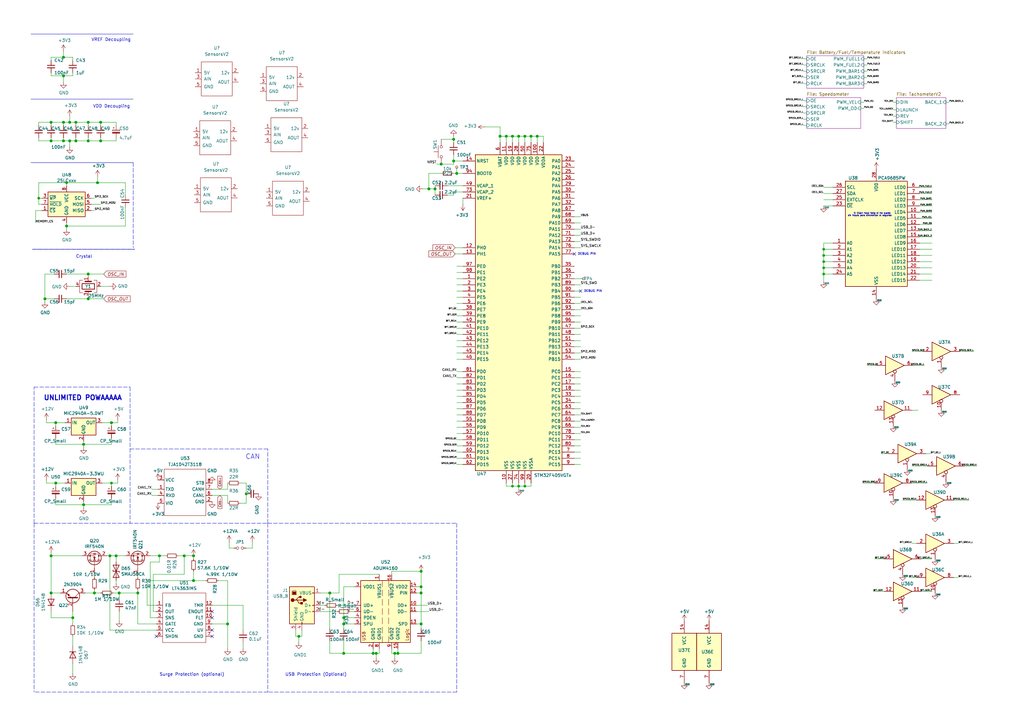
<source format=kicad_sch>
(kicad_sch (version 20210621) (generator eeschema)
  (paper "A3")
  (junction (at 15.875 81.28) (diameter 0.9144))
  (junction (at 18.415 122.555) (diameter 1.016))
  (junction (at 20.955 50.165) (diameter 1.016))
  (junction (at 20.955 57.785) (diameter 1.016))
  (junction (at 20.955 227.965) (diameter 1.016))
  (junction (at 20.955 243.205) (diameter 1.016))
  (junction (at 22.86 173.355) (diameter 1.016))
  (junction (at 22.86 198.12) (diameter 1.016))
  (junction (at 26.035 23.495) (diameter 1.016))
  (junction (at 26.035 31.115) (diameter 1.016))
  (junction (at 26.035 50.165) (diameter 1.016))
  (junction (at 26.035 57.785) (diameter 1.016))
  (junction (at 27.305 74.93) (diameter 0.9144))
  (junction (at 27.305 92.71) (diameter 1.016))
  (junction (at 28.575 50.165) (diameter 1.016))
  (junction (at 28.575 57.785) (diameter 1.016))
  (junction (at 29.845 253.365) (diameter 1.016))
  (junction (at 31.115 50.165) (diameter 1.016))
  (junction (at 31.115 57.785) (diameter 1.016))
  (junction (at 34.29 182.245) (diameter 1.016))
  (junction (at 34.29 207.01) (diameter 1.016))
  (junction (at 36.195 50.165) (diameter 1.016))
  (junction (at 36.195 57.785) (diameter 1.016))
  (junction (at 36.195 112.395) (diameter 1.016))
  (junction (at 36.195 122.555) (diameter 1.016))
  (junction (at 38.735 243.205) (diameter 1.016))
  (junction (at 40.005 74.93) (diameter 1.016))
  (junction (at 41.275 50.165) (diameter 1.016))
  (junction (at 41.275 57.785) (diameter 1.016))
  (junction (at 45.085 227.965) (diameter 1.016))
  (junction (at 45.72 173.355) (diameter 1.016))
  (junction (at 45.72 198.12) (diameter 0.9144))
  (junction (at 47.625 227.965) (diameter 1.016))
  (junction (at 48.895 243.205) (diameter 1.016))
  (junction (at 56.515 243.205) (diameter 1.016))
  (junction (at 65.405 227.965) (diameter 1.016))
  (junction (at 75.565 227.965) (diameter 1.016))
  (junction (at 79.375 227.965) (diameter 1.016))
  (junction (at 79.375 238.125) (diameter 1.016))
  (junction (at 93.345 255.905) (diameter 1.016))
  (junction (at 100.965 202.565) (diameter 0.9144))
  (junction (at 122.555 260.985) (diameter 1.016))
  (junction (at 135.255 243.205) (diameter 1.016))
  (junction (at 140.97 253.365) (diameter 1.016))
  (junction (at 140.97 255.905) (diameter 1.016))
  (junction (at 140.97 267.97) (diameter 1.016))
  (junction (at 153.035 267.97) (diameter 1.016))
  (junction (at 154.305 267.97) (diameter 1.016))
  (junction (at 161.925 267.97) (diameter 1.016))
  (junction (at 163.195 267.97) (diameter 1.016))
  (junction (at 172.72 234.315) (diameter 1.016))
  (junction (at 172.72 240.665) (diameter 1.016))
  (junction (at 172.72 243.205) (diameter 1.016))
  (junction (at 172.72 255.905) (diameter 1.016))
  (junction (at 175.895 77.47) (diameter 1.016))
  (junction (at 178.435 77.47) (diameter 1.016))
  (junction (at 180.975 67.31) (diameter 1.016))
  (junction (at 186.055 57.15) (diameter 1.016))
  (junction (at 186.055 66.04) (diameter 1.016))
  (junction (at 187.325 71.12) (diameter 1.016))
  (junction (at 205.105 55.88) (diameter 1.016))
  (junction (at 207.645 55.88) (diameter 1.016))
  (junction (at 210.185 55.88) (diameter 1.016))
  (junction (at 210.185 199.39) (diameter 0.9144))
  (junction (at 212.725 55.88) (diameter 1.016))
  (junction (at 212.725 199.39) (diameter 0.9144))
  (junction (at 215.265 55.88) (diameter 1.016))
  (junction (at 215.265 199.39) (diameter 0.9144))
  (junction (at 217.805 55.88) (diameter 1.016))
  (junction (at 220.345 55.88) (diameter 1.016))
  (junction (at 337.82 102.235) (diameter 0.9144))
  (junction (at 337.82 104.775) (diameter 0.9144))
  (junction (at 337.82 107.315) (diameter 0.9144))
  (junction (at 337.82 109.855) (diameter 0.9144))
  (junction (at 337.82 112.395) (diameter 0.9144))
  (no_connect (at 64.135 260.985))
  (no_connect (at 86.995 250.825))
  (no_connect (at 86.995 253.365))
  (no_connect (at 86.995 258.445))
  (no_connect (at 86.995 260.985))
  (no_connect (at 235.585 104.14))
  (no_connect (at 238.125 119.38))
  (wire (pts (xy 14.605 86.36) (xy 14.605 91.44)))
  (wire (pts (xy 14.605 86.36) (xy 17.145 86.36)))
  (wire (pts (xy 15.875 50.165) (xy 20.955 50.165)))
  (wire (pts (xy 15.875 51.435) (xy 15.875 50.165)))
  (wire (pts (xy 15.875 57.785) (xy 15.875 56.515)))
  (wire (pts (xy 15.875 74.93) (xy 27.305 74.93)))
  (wire (pts (xy 15.875 81.28) (xy 15.875 74.93)))
  (wire (pts (xy 15.875 83.82) (xy 15.875 81.28)))
  (wire (pts (xy 17.145 81.28) (xy 15.875 81.28)))
  (wire (pts (xy 17.145 83.82) (xy 15.875 83.82)))
  (wire (pts (xy 18.415 112.395) (xy 18.415 122.555)))
  (wire (pts (xy 18.415 122.555) (xy 22.225 122.555)))
  (wire (pts (xy 18.415 123.825) (xy 18.415 122.555)))
  (wire (pts (xy 19.05 172.085) (xy 19.05 173.355)))
  (wire (pts (xy 19.05 173.355) (xy 22.86 173.355)))
  (wire (pts (xy 19.05 196.85) (xy 19.05 198.12)))
  (wire (pts (xy 19.05 198.12) (xy 22.86 198.12)))
  (wire (pts (xy 20.955 23.495) (xy 26.035 23.495)))
  (wire (pts (xy 20.955 24.765) (xy 20.955 23.495)))
  (wire (pts (xy 20.955 31.115) (xy 20.955 29.845)))
  (wire (pts (xy 20.955 50.165) (xy 26.035 50.165)))
  (wire (pts (xy 20.955 51.435) (xy 20.955 50.165)))
  (wire (pts (xy 20.955 56.515) (xy 20.955 57.785)))
  (wire (pts (xy 20.955 57.785) (xy 15.875 57.785)))
  (wire (pts (xy 20.955 226.695) (xy 20.955 227.965)))
  (wire (pts (xy 20.955 227.965) (xy 33.655 227.965)))
  (wire (pts (xy 20.955 243.205) (xy 20.955 227.965)))
  (wire (pts (xy 20.955 243.205) (xy 24.765 243.205)))
  (wire (pts (xy 20.955 250.825) (xy 20.955 253.365)))
  (wire (pts (xy 20.955 253.365) (xy 29.845 253.365)))
  (wire (pts (xy 22.225 112.395) (xy 18.415 112.395)))
  (wire (pts (xy 22.86 173.355) (xy 26.67 173.355)))
  (wire (pts (xy 22.86 174.625) (xy 22.86 173.355)))
  (wire (pts (xy 22.86 179.705) (xy 22.86 182.245)))
  (wire (pts (xy 22.86 182.245) (xy 34.29 182.245)))
  (wire (pts (xy 22.86 198.12) (xy 22.86 199.39)))
  (wire (pts (xy 22.86 204.47) (xy 22.86 207.01)))
  (wire (pts (xy 22.86 207.01) (xy 34.29 207.01)))
  (wire (pts (xy 26.035 20.955) (xy 26.035 23.495)))
  (wire (pts (xy 26.035 23.495) (xy 29.845 23.495)))
  (wire (pts (xy 26.035 31.115) (xy 20.955 31.115)))
  (wire (pts (xy 26.035 33.655) (xy 26.035 31.115)))
  (wire (pts (xy 26.035 50.165) (xy 28.575 50.165)))
  (wire (pts (xy 26.035 51.435) (xy 26.035 50.165)))
  (wire (pts (xy 26.035 56.515) (xy 26.035 57.785)))
  (wire (pts (xy 26.035 57.785) (xy 20.955 57.785)))
  (wire (pts (xy 26.67 198.12) (xy 22.86 198.12)))
  (wire (pts (xy 27.305 74.93) (xy 40.005 74.93)))
  (wire (pts (xy 27.305 76.2) (xy 27.305 74.93)))
  (wire (pts (xy 27.305 91.44) (xy 27.305 92.71)))
  (wire (pts (xy 27.305 92.71) (xy 27.305 93.98)))
  (wire (pts (xy 27.305 112.395) (xy 36.195 112.395)))
  (wire (pts (xy 27.305 122.555) (xy 36.195 122.555)))
  (wire (pts (xy 28.575 47.625) (xy 28.575 50.165)))
  (wire (pts (xy 28.575 50.165) (xy 31.115 50.165)))
  (wire (pts (xy 28.575 57.785) (xy 26.035 57.785)))
  (wire (pts (xy 28.575 60.325) (xy 28.575 57.785)))
  (wire (pts (xy 28.575 117.475) (xy 31.115 117.475)))
  (wire (pts (xy 29.845 23.495) (xy 29.845 24.765)))
  (wire (pts (xy 29.845 29.845) (xy 29.845 31.115)))
  (wire (pts (xy 29.845 31.115) (xy 26.035 31.115)))
  (wire (pts (xy 29.845 250.825) (xy 29.845 253.365)))
  (wire (pts (xy 29.845 253.365) (xy 29.845 255.905)))
  (wire (pts (xy 29.845 260.985) (xy 29.845 264.795)))
  (wire (pts (xy 29.845 272.415) (xy 29.845 276.225)))
  (wire (pts (xy 31.115 50.165) (xy 36.195 50.165)))
  (wire (pts (xy 31.115 51.435) (xy 31.115 50.165)))
  (wire (pts (xy 31.115 56.515) (xy 31.115 57.785)))
  (wire (pts (xy 31.115 57.785) (xy 28.575 57.785)))
  (wire (pts (xy 34.29 180.975) (xy 34.29 182.245)))
  (wire (pts (xy 34.29 182.245) (xy 34.29 183.515)))
  (wire (pts (xy 34.29 205.74) (xy 34.29 207.01)))
  (wire (pts (xy 34.29 207.01) (xy 34.29 208.28)))
  (wire (pts (xy 34.925 243.205) (xy 38.735 243.205)))
  (wire (pts (xy 36.195 50.165) (xy 41.275 50.165)))
  (wire (pts (xy 36.195 51.435) (xy 36.195 50.165)))
  (wire (pts (xy 36.195 56.515) (xy 36.195 57.785)))
  (wire (pts (xy 36.195 57.785) (xy 31.115 57.785)))
  (wire (pts (xy 36.195 112.395) (xy 36.195 113.665)))
  (wire (pts (xy 36.195 122.555) (xy 36.195 121.285)))
  (wire (pts (xy 37.465 81.28) (xy 38.735 81.28)))
  (wire (pts (xy 37.465 83.82) (xy 41.275 83.82)))
  (wire (pts (xy 37.465 86.36) (xy 38.735 86.36)))
  (wire (pts (xy 38.735 235.585) (xy 38.735 236.855)))
  (wire (pts (xy 38.735 243.205) (xy 38.735 241.935)))
  (wire (pts (xy 40.005 72.39) (xy 40.005 74.93)))
  (wire (pts (xy 40.005 74.93) (xy 51.435 74.93)))
  (wire (pts (xy 41.275 50.165) (xy 41.275 51.435)))
  (wire (pts (xy 41.275 56.515) (xy 41.275 57.785)))
  (wire (pts (xy 41.275 57.785) (xy 36.195 57.785)))
  (wire (pts (xy 41.275 243.205) (xy 38.735 243.205)))
  (wire (pts (xy 41.91 173.355) (xy 45.72 173.355)))
  (wire (pts (xy 41.91 198.12) (xy 45.72 198.12)))
  (wire (pts (xy 42.545 112.395) (xy 36.195 112.395)))
  (wire (pts (xy 42.545 122.555) (xy 36.195 122.555)))
  (wire (pts (xy 43.815 227.965) (xy 45.085 227.965)))
  (wire (pts (xy 45.085 117.475) (xy 41.275 117.475)))
  (wire (pts (xy 45.085 227.965) (xy 45.085 258.445)))
  (wire (pts (xy 45.085 227.965) (xy 47.625 227.965)))
  (wire (pts (xy 45.085 258.445) (xy 64.135 258.445)))
  (wire (pts (xy 45.72 173.355) (xy 45.72 174.625)))
  (wire (pts (xy 45.72 179.705) (xy 45.72 182.245)))
  (wire (pts (xy 45.72 182.245) (xy 34.29 182.245)))
  (wire (pts (xy 45.72 198.12) (xy 45.72 199.39)))
  (wire (pts (xy 45.72 204.47) (xy 45.72 207.01)))
  (wire (pts (xy 45.72 207.01) (xy 34.29 207.01)))
  (wire (pts (xy 46.355 243.205) (xy 48.895 243.205)))
  (wire (pts (xy 47.625 50.165) (xy 41.275 50.165)))
  (wire (pts (xy 47.625 51.435) (xy 47.625 50.165)))
  (wire (pts (xy 47.625 56.515) (xy 47.625 57.785)))
  (wire (pts (xy 47.625 57.785) (xy 41.275 57.785)))
  (wire (pts (xy 47.625 227.965) (xy 51.435 227.965)))
  (wire (pts (xy 47.625 230.505) (xy 47.625 227.965)))
  (wire (pts (xy 47.625 238.125) (xy 47.625 239.395)))
  (wire (pts (xy 48.26 172.085) (xy 48.26 173.355)))
  (wire (pts (xy 48.26 173.355) (xy 45.72 173.355)))
  (wire (pts (xy 48.26 196.85) (xy 48.26 198.12)))
  (wire (pts (xy 48.26 198.12) (xy 45.72 198.12)))
  (wire (pts (xy 48.895 243.205) (xy 56.515 243.205)))
  (wire (pts (xy 48.895 245.745) (xy 48.895 243.205)))
  (wire (pts (xy 48.895 250.825) (xy 48.895 254.635)))
  (wire (pts (xy 51.435 74.93) (xy 51.435 80.01)))
  (wire (pts (xy 51.435 85.09) (xy 51.435 92.71)))
  (wire (pts (xy 51.435 92.71) (xy 27.305 92.71)))
  (wire (pts (xy 56.515 236.855) (xy 56.515 235.585)))
  (wire (pts (xy 56.515 241.935) (xy 56.515 243.205)))
  (wire (pts (xy 56.515 255.905) (xy 56.515 243.205)))
  (wire (pts (xy 56.515 255.905) (xy 64.135 255.905)))
  (wire (pts (xy 60.325 238.125) (xy 60.325 248.285)))
  (wire (pts (xy 60.325 248.285) (xy 64.135 248.285)))
  (wire (pts (xy 61.595 227.965) (xy 65.405 227.965)))
  (wire (pts (xy 61.595 230.505) (xy 65.405 230.505)))
  (wire (pts (xy 61.595 253.365) (xy 61.595 230.505)))
  (wire (pts (xy 62.23 200.66) (xy 64.77 200.66)))
  (wire (pts (xy 62.865 235.585) (xy 62.865 250.825)))
  (wire (pts (xy 62.865 250.825) (xy 64.135 250.825)))
  (wire (pts (xy 64.135 253.365) (xy 61.595 253.365)))
  (wire (pts (xy 64.77 203.2) (xy 62.23 203.2)))
  (wire (pts (xy 65.405 227.965) (xy 67.945 227.965)))
  (wire (pts (xy 65.405 230.505) (xy 65.405 227.965)))
  (wire (pts (xy 73.025 227.965) (xy 75.565 227.965)))
  (wire (pts (xy 75.565 227.965) (xy 75.565 235.585)))
  (wire (pts (xy 75.565 227.965) (xy 79.375 227.965)))
  (wire (pts (xy 75.565 235.585) (xy 62.865 235.585)))
  (wire (pts (xy 79.375 227.965) (xy 79.375 229.235)))
  (wire (pts (xy 79.375 234.315) (xy 79.375 238.125)))
  (wire (pts (xy 79.375 238.125) (xy 60.325 238.125)))
  (wire (pts (xy 79.375 238.125) (xy 84.455 238.125)))
  (wire (pts (xy 86.995 200.66) (xy 93.345 200.66)))
  (wire (pts (xy 86.995 203.2) (xy 93.345 203.2)))
  (wire (pts (xy 86.995 248.285) (xy 99.695 248.285)))
  (wire (pts (xy 86.995 255.905) (xy 93.345 255.905)))
  (wire (pts (xy 89.535 238.125) (xy 93.345 238.125)))
  (wire (pts (xy 93.345 200.66) (xy 93.345 198.12)))
  (wire (pts (xy 93.345 203.2) (xy 93.345 206.375)))
  (wire (pts (xy 93.345 238.125) (xy 93.345 255.905)))
  (wire (pts (xy 93.345 255.905) (xy 93.345 266.065)))
  (wire (pts (xy 93.98 222.25) (xy 93.98 224.79)))
  (wire (pts (xy 93.98 224.79) (xy 95.885 224.79)))
  (wire (pts (xy 98.425 206.375) (xy 100.965 206.375)))
  (wire (pts (xy 99.695 248.285) (xy 99.695 258.445)))
  (wire (pts (xy 99.695 263.525) (xy 99.695 266.065)))
  (wire (pts (xy 100.965 198.12) (xy 98.425 198.12)))
  (wire (pts (xy 100.965 202.565) (xy 100.965 198.12)))
  (wire (pts (xy 100.965 206.375) (xy 100.965 202.565)))
  (wire (pts (xy 103.505 222.25) (xy 103.505 224.79)))
  (wire (pts (xy 103.505 224.79) (xy 100.965 224.79)))
  (wire (pts (xy 121.285 258.445) (xy 121.285 260.985)))
  (wire (pts (xy 121.285 260.985) (xy 122.555 260.985)))
  (wire (pts (xy 122.555 260.985) (xy 122.555 263.525)))
  (wire (pts (xy 123.825 258.445) (xy 123.825 260.985)))
  (wire (pts (xy 123.825 260.985) (xy 122.555 260.985)))
  (wire (pts (xy 131.445 243.205) (xy 135.255 243.205)))
  (wire (pts (xy 131.445 248.285) (xy 133.35 248.285)))
  (wire (pts (xy 131.445 250.825) (xy 138.43 250.825)))
  (wire (pts (xy 135.255 243.205) (xy 135.255 257.81)))
  (wire (pts (xy 135.255 243.205) (xy 139.065 243.205)))
  (wire (pts (xy 135.255 262.89) (xy 135.255 267.97)))
  (wire (pts (xy 135.255 267.97) (xy 140.97 267.97)))
  (wire (pts (xy 138.43 248.285) (xy 145.415 248.285)))
  (wire (pts (xy 139.065 235.585) (xy 139.065 243.205)))
  (wire (pts (xy 139.065 235.585) (xy 155.575 235.585)))
  (wire (pts (xy 140.97 240.665) (xy 145.415 240.665)))
  (wire (pts (xy 140.97 253.365) (xy 140.97 240.665)))
  (wire (pts (xy 140.97 255.905) (xy 140.97 253.365)))
  (wire (pts (xy 140.97 255.905) (xy 140.97 257.81)))
  (wire (pts (xy 140.97 262.89) (xy 140.97 267.97)))
  (wire (pts (xy 140.97 267.97) (xy 153.035 267.97)))
  (wire (pts (xy 143.51 250.825) (xy 145.415 250.825)))
  (wire (pts (xy 145.415 253.365) (xy 140.97 253.365)))
  (wire (pts (xy 145.415 255.905) (xy 140.97 255.905)))
  (wire (pts (xy 153.035 266.065) (xy 153.035 267.97)))
  (wire (pts (xy 153.035 267.97) (xy 154.305 267.97)))
  (wire (pts (xy 154.305 267.97) (xy 154.305 269.875)))
  (wire (pts (xy 155.575 266.065) (xy 155.575 267.97)))
  (wire (pts (xy 155.575 267.97) (xy 154.305 267.97)))
  (wire (pts (xy 160.655 234.315) (xy 172.72 234.315)))
  (wire (pts (xy 160.655 235.585) (xy 160.655 234.315)))
  (wire (pts (xy 160.655 266.065) (xy 160.655 267.97)))
  (wire (pts (xy 160.655 267.97) (xy 161.925 267.97)))
  (wire (pts (xy 161.925 267.97) (xy 161.925 269.875)))
  (wire (pts (xy 163.195 266.065) (xy 163.195 267.97)))
  (wire (pts (xy 163.195 267.97) (xy 161.925 267.97)))
  (wire (pts (xy 170.815 240.665) (xy 172.72 240.665)))
  (wire (pts (xy 170.815 243.205) (xy 172.72 243.205)))
  (wire (pts (xy 170.815 248.285) (xy 175.26 248.285)))
  (wire (pts (xy 170.815 250.825) (xy 175.895 250.825)))
  (wire (pts (xy 170.815 255.905) (xy 172.72 255.905)))
  (wire (pts (xy 172.72 234.315) (xy 172.72 240.665)))
  (wire (pts (xy 172.72 240.665) (xy 172.72 243.205)))
  (wire (pts (xy 172.72 243.205) (xy 172.72 255.905)))
  (wire (pts (xy 172.72 255.905) (xy 172.72 257.81)))
  (wire (pts (xy 172.72 262.89) (xy 172.72 267.97)))
  (wire (pts (xy 172.72 267.97) (xy 163.195 267.97)))
  (wire (pts (xy 173.355 77.47) (xy 175.895 77.47)))
  (wire (pts (xy 175.895 71.12) (xy 175.895 77.47)))
  (wire (pts (xy 175.895 77.47) (xy 178.435 77.47)))
  (wire (pts (xy 178.435 77.47) (xy 178.435 76.2)))
  (wire (pts (xy 178.435 77.47) (xy 178.435 80.01)))
  (wire (pts (xy 180.975 67.31) (xy 179.07 67.31)))
  (wire (pts (xy 180.975 67.31) (xy 186.055 67.31)))
  (wire (pts (xy 180.975 71.12) (xy 175.895 71.12)))
  (wire (pts (xy 183.515 76.2) (xy 189.865 76.2)))
  (wire (pts (xy 183.515 80.01) (xy 186.055 80.01)))
  (wire (pts (xy 186.055 55.88) (xy 186.055 57.15)))
  (wire (pts (xy 186.055 57.15) (xy 180.975 57.15)))
  (wire (pts (xy 186.055 58.42) (xy 186.055 57.15)))
  (wire (pts (xy 186.055 66.04) (xy 186.055 63.5)))
  (wire (pts (xy 186.055 67.31) (xy 186.055 66.04)))
  (wire (pts (xy 186.055 71.12) (xy 187.325 71.12)))
  (wire (pts (xy 186.055 78.74) (xy 189.865 78.74)))
  (wire (pts (xy 186.055 80.01) (xy 186.055 78.74)))
  (wire (pts (xy 186.69 101.6) (xy 189.865 101.6)))
  (wire (pts (xy 186.69 104.14) (xy 189.865 104.14)))
  (wire (pts (xy 187.325 68.58) (xy 187.325 71.12)))
  (wire (pts (xy 187.325 71.12) (xy 189.865 71.12)))
  (wire (pts (xy 187.325 109.22) (xy 189.865 109.22)))
  (wire (pts (xy 187.325 111.76) (xy 189.865 111.76)))
  (wire (pts (xy 187.325 114.3) (xy 189.865 114.3)))
  (wire (pts (xy 187.325 116.84) (xy 189.865 116.84)))
  (wire (pts (xy 187.325 119.38) (xy 189.865 119.38)))
  (wire (pts (xy 187.325 121.92) (xy 189.865 121.92)))
  (wire (pts (xy 187.325 124.46) (xy 189.865 124.46)))
  (wire (pts (xy 187.325 127) (xy 189.865 127)))
  (wire (pts (xy 187.325 129.54) (xy 189.865 129.54)))
  (wire (pts (xy 187.325 132.08) (xy 189.865 132.08)))
  (wire (pts (xy 187.325 134.62) (xy 189.865 134.62)))
  (wire (pts (xy 187.325 137.16) (xy 189.865 137.16)))
  (wire (pts (xy 187.325 139.7) (xy 189.865 139.7)))
  (wire (pts (xy 187.325 142.24) (xy 189.865 142.24)))
  (wire (pts (xy 187.325 144.78) (xy 189.865 144.78)))
  (wire (pts (xy 187.325 147.32) (xy 189.865 147.32)))
  (wire (pts (xy 187.325 154.94) (xy 189.865 154.94)))
  (wire (pts (xy 187.325 157.48) (xy 189.865 157.48)))
  (wire (pts (xy 187.325 160.02) (xy 189.865 160.02)))
  (wire (pts (xy 187.325 162.56) (xy 189.865 162.56)))
  (wire (pts (xy 187.325 165.1) (xy 189.865 165.1)))
  (wire (pts (xy 187.325 167.64) (xy 189.865 167.64)))
  (wire (pts (xy 187.325 170.18) (xy 189.865 170.18)))
  (wire (pts (xy 187.325 172.72) (xy 189.865 172.72)))
  (wire (pts (xy 187.325 175.26) (xy 189.865 175.26)))
  (wire (pts (xy 187.325 177.8) (xy 189.865 177.8)))
  (wire (pts (xy 187.325 180.34) (xy 189.865 180.34)))
  (wire (pts (xy 187.325 182.88) (xy 189.865 182.88)))
  (wire (pts (xy 187.325 185.42) (xy 189.865 185.42)))
  (wire (pts (xy 187.325 187.96) (xy 189.865 187.96)))
  (wire (pts (xy 187.325 190.5) (xy 189.865 190.5)))
  (wire (pts (xy 189.865 66.04) (xy 186.055 66.04)))
  (wire (pts (xy 189.865 83.82) (xy 189.865 81.28)))
  (wire (pts (xy 189.865 152.4) (xy 187.325 152.4)))
  (wire (pts (xy 198.755 52.07) (xy 205.105 52.07)))
  (wire (pts (xy 205.105 52.07) (xy 205.105 55.88)))
  (wire (pts (xy 205.105 55.88) (xy 205.105 58.42)))
  (wire (pts (xy 205.105 55.88) (xy 207.645 55.88)))
  (wire (pts (xy 207.645 55.88) (xy 207.645 58.42)))
  (wire (pts (xy 207.645 198.12) (xy 207.645 199.39)))
  (wire (pts (xy 207.645 199.39) (xy 210.185 199.39)))
  (wire (pts (xy 210.185 55.88) (xy 207.645 55.88)))
  (wire (pts (xy 210.185 55.88) (xy 210.185 58.42)))
  (wire (pts (xy 210.185 198.12) (xy 210.185 199.39)))
  (wire (pts (xy 210.185 199.39) (xy 212.725 199.39)))
  (wire (pts (xy 212.725 55.88) (xy 210.185 55.88)))
  (wire (pts (xy 212.725 55.88) (xy 212.725 58.42)))
  (wire (pts (xy 212.725 198.12) (xy 212.725 199.39)))
  (wire (pts (xy 212.725 199.39) (xy 212.725 200.66)))
  (wire (pts (xy 215.265 55.88) (xy 212.725 55.88)))
  (wire (pts (xy 215.265 55.88) (xy 215.265 58.42)))
  (wire (pts (xy 215.265 198.12) (xy 215.265 199.39)))
  (wire (pts (xy 215.265 199.39) (xy 212.725 199.39)))
  (wire (pts (xy 215.265 199.39) (xy 217.805 199.39)))
  (wire (pts (xy 217.805 55.88) (xy 215.265 55.88)))
  (wire (pts (xy 217.805 55.88) (xy 217.805 58.42)))
  (wire (pts (xy 217.805 198.12) (xy 217.805 199.39)))
  (wire (pts (xy 220.345 55.88) (xy 217.805 55.88)))
  (wire (pts (xy 220.345 55.88) (xy 222.885 55.88)))
  (wire (pts (xy 220.345 58.42) (xy 220.345 55.88)))
  (wire (pts (xy 222.885 55.88) (xy 222.885 58.42)))
  (wire (pts (xy 235.585 91.44) (xy 238.125 91.44)))
  (wire (pts (xy 235.585 96.52) (xy 238.125 96.52)))
  (wire (pts (xy 235.585 101.6) (xy 238.125 101.6)))
  (wire (pts (xy 235.585 116.84) (xy 238.125 116.84)))
  (wire (pts (xy 235.585 119.38) (xy 238.125 119.38)))
  (wire (pts (xy 235.585 127) (xy 238.125 127)))
  (wire (pts (xy 235.585 132.08) (xy 238.125 132.08)))
  (wire (pts (xy 235.585 137.16) (xy 238.125 137.16)))
  (wire (pts (xy 235.585 142.24) (xy 238.125 142.24)))
  (wire (pts (xy 235.585 147.32) (xy 238.125 147.32)))
  (wire (pts (xy 235.585 152.4) (xy 238.125 152.4)))
  (wire (pts (xy 235.585 154.94) (xy 238.125 154.94)))
  (wire (pts (xy 235.585 157.48) (xy 238.125 157.48)))
  (wire (pts (xy 235.585 160.02) (xy 238.125 160.02)))
  (wire (pts (xy 235.585 162.56) (xy 238.125 162.56)))
  (wire (pts (xy 235.585 165.1) (xy 238.125 165.1)))
  (wire (pts (xy 235.585 167.64) (xy 238.125 167.64)))
  (wire (pts (xy 235.585 170.18) (xy 238.125 170.18)))
  (wire (pts (xy 235.585 172.72) (xy 238.125 172.72)))
  (wire (pts (xy 235.585 175.26) (xy 238.125 175.26)))
  (wire (pts (xy 235.585 177.8) (xy 238.125 177.8)))
  (wire (pts (xy 235.585 180.34) (xy 238.125 180.34)))
  (wire (pts (xy 235.585 182.88) (xy 238.125 182.88)))
  (wire (pts (xy 235.585 185.42) (xy 238.125 185.42)))
  (wire (pts (xy 235.585 187.96) (xy 238.125 187.96)))
  (wire (pts (xy 235.585 190.5) (xy 238.125 190.5)))
  (wire (pts (xy 238.125 88.9) (xy 235.585 88.9)))
  (wire (pts (xy 238.125 93.98) (xy 235.585 93.98)))
  (wire (pts (xy 238.125 99.06) (xy 235.585 99.06)))
  (wire (pts (xy 238.125 121.92) (xy 235.585 121.92)))
  (wire (pts (xy 238.125 124.46) (xy 235.585 124.46)))
  (wire (pts (xy 238.125 129.54) (xy 235.585 129.54)))
  (wire (pts (xy 238.125 134.62) (xy 235.585 134.62)))
  (wire (pts (xy 238.125 139.7) (xy 235.585 139.7)))
  (wire (pts (xy 238.125 144.78) (xy 235.585 144.78)))
  (wire (pts (xy 239.395 114.3) (xy 235.585 114.3)))
  (wire (pts (xy 329.565 24.13) (xy 330.835 24.13)))
  (wire (pts (xy 329.565 26.67) (xy 330.835 26.67)))
  (wire (pts (xy 329.565 29.21) (xy 330.835 29.21)))
  (wire (pts (xy 329.565 31.75) (xy 330.835 31.75)))
  (wire (pts (xy 329.565 34.29) (xy 330.835 34.29)))
  (wire (pts (xy 329.565 41.275) (xy 330.835 41.275)))
  (wire (pts (xy 329.565 43.815) (xy 330.835 43.815)))
  (wire (pts (xy 329.565 46.355) (xy 330.835 46.355)))
  (wire (pts (xy 329.565 48.895) (xy 330.835 48.895)))
  (wire (pts (xy 329.565 51.435) (xy 330.835 51.435)))
  (wire (pts (xy 337.82 76.835) (xy 341.63 76.835)))
  (wire (pts (xy 337.82 79.375) (xy 341.63 79.375)))
  (wire (pts (xy 337.82 81.915) (xy 341.63 81.915)))
  (wire (pts (xy 337.82 84.455) (xy 341.63 84.455)))
  (wire (pts (xy 337.82 99.695) (xy 337.82 102.235)))
  (wire (pts (xy 337.82 99.695) (xy 341.63 99.695)))
  (wire (pts (xy 337.82 102.235) (xy 337.82 104.775)))
  (wire (pts (xy 337.82 102.235) (xy 341.63 102.235)))
  (wire (pts (xy 337.82 104.775) (xy 337.82 107.315)))
  (wire (pts (xy 337.82 104.775) (xy 341.63 104.775)))
  (wire (pts (xy 337.82 107.315) (xy 337.82 109.855)))
  (wire (pts (xy 337.82 107.315) (xy 341.63 107.315)))
  (wire (pts (xy 337.82 109.855) (xy 337.82 112.395)))
  (wire (pts (xy 337.82 109.855) (xy 341.63 109.855)))
  (wire (pts (xy 337.82 112.395) (xy 337.82 115.57)))
  (wire (pts (xy 337.82 112.395) (xy 341.63 112.395)))
  (wire (pts (xy 353.06 41.91) (xy 354.33 41.91)))
  (wire (pts (xy 353.06 44.45) (xy 354.33 44.45)))
  (wire (pts (xy 353.695 198.12) (xy 358.775 198.12)))
  (wire (pts (xy 354.33 24.13) (xy 355.6 24.13)))
  (wire (pts (xy 354.33 26.67) (xy 355.6 26.67)))
  (wire (pts (xy 354.33 29.21) (xy 355.6 29.21)))
  (wire (pts (xy 354.33 31.75) (xy 355.6 31.75)))
  (wire (pts (xy 354.33 34.29) (xy 355.6 34.29)))
  (wire (pts (xy 355.6 149.86) (xy 359.41 149.86)))
  (wire (pts (xy 358.14 242.57) (xy 362.585 242.57)))
  (wire (pts (xy 358.775 229.235) (xy 362.585 229.235)))
  (wire (pts (xy 361.315 186.055) (xy 364.49 186.055)))
  (wire (pts (xy 366.395 41.91) (xy 367.665 41.91)))
  (wire (pts (xy 366.395 45.085) (xy 367.665 45.085)))
  (wire (pts (xy 366.395 47.625) (xy 367.665 47.625)))
  (wire (pts (xy 366.395 50.165) (xy 367.665 50.165)))
  (wire (pts (xy 370.205 205.105) (xy 375.92 205.105)))
  (wire (pts (xy 372.745 236.855) (xy 375.92 236.855)))
  (wire (pts (xy 374.015 144.145) (xy 378.46 144.145)))
  (wire (pts (xy 374.015 168.275) (xy 376.555 168.275)))
  (wire (pts (xy 374.015 191.135) (xy 380.365 191.135)))
  (wire (pts (xy 374.015 198.12) (xy 380.365 198.12)))
  (wire (pts (xy 374.015 222.885) (xy 375.92 222.885)))
  (wire (pts (xy 374.65 149.86) (xy 379.095 149.86)))
  (wire (pts (xy 377.19 76.835) (xy 382.27 76.835)))
  (wire (pts (xy 377.19 79.375) (xy 382.27 79.375)))
  (wire (pts (xy 377.19 81.915) (xy 382.27 81.915)))
  (wire (pts (xy 377.19 84.455) (xy 382.27 84.455)))
  (wire (pts (xy 377.19 86.995) (xy 382.27 86.995)))
  (wire (pts (xy 377.19 89.535) (xy 382.27 89.535)))
  (wire (pts (xy 377.19 92.075) (xy 382.27 92.075)))
  (wire (pts (xy 377.19 94.615) (xy 382.27 94.615)))
  (wire (pts (xy 377.19 97.155) (xy 382.27 97.155)))
  (wire (pts (xy 377.19 99.695) (xy 382.27 99.695)))
  (wire (pts (xy 377.19 102.235) (xy 382.27 102.235)))
  (wire (pts (xy 377.19 104.775) (xy 382.27 104.775)))
  (wire (pts (xy 377.19 107.315) (xy 382.27 107.315)))
  (wire (pts (xy 377.19 109.855) (xy 382.27 109.855)))
  (wire (pts (xy 377.19 112.395) (xy 382.27 112.395)))
  (wire (pts (xy 377.19 114.935) (xy 382.27 114.935)))
  (wire (pts (xy 377.825 229.235) (xy 382.27 229.235)))
  (wire (pts (xy 377.825 242.57) (xy 382.27 242.57)))
  (wire (pts (xy 379.73 186.055) (xy 381.635 186.055)))
  (wire (pts (xy 387.985 41.91) (xy 389.255 41.91)))
  (wire (pts (xy 387.985 50.8) (xy 389.255 50.8)))
  (wire (pts (xy 391.16 205.105) (xy 397.51 205.105)))
  (wire (pts (xy 391.16 222.885) (xy 393.065 222.885)))
  (wire (pts (xy 391.16 236.855) (xy 393.065 236.855)))
  (wire (pts (xy 393.7 144.145) (xy 399.415 144.145)))
  (wire (pts (xy 395.605 191.135) (xy 400.685 191.135)))
  (polyline (pts (xy 13.335 102.235) (xy 55.245 102.235)) (stroke (width 0) (type dash)))
  (polyline (pts (xy 13.335 102.235) (xy 55.245 102.235)) (stroke (width 0) (type solid)))
  (polyline (pts (xy 13.97 158.75) (xy 53.34 158.75)) (stroke (width 0) (type dash)))
  (polyline (pts (xy 13.97 214.63) (xy 13.97 158.75)) (stroke (width 0) (type dash)))
  (polyline (pts (xy 13.97 214.63) (xy 13.97 283.845)) (stroke (width 0) (type dash)))
  (polyline (pts (xy 13.97 214.63) (xy 109.855 214.63)) (stroke (width 0) (type dash)))
  (polyline (pts (xy 53.34 158.75) (xy 53.34 214.63)) (stroke (width 0) (type dash)))
  (polyline (pts (xy 54.61 13.97) (xy 12.7 13.97)) (stroke (width 0) (type solid)))
  (polyline (pts (xy 54.61 40.64) (xy 12.7 40.64)) (stroke (width 0) (type solid)))
  (polyline (pts (xy 54.61 66.675) (xy 12.7 66.675)) (stroke (width 0) (type solid)))
  (polyline (pts (xy 54.61 66.675) (xy 54.61 101.6)) (stroke (width 0) (type dash)))
  (polyline (pts (xy 109.855 184.15) (xy 53.34 184.15)) (stroke (width 0) (type dash)))
  (polyline (pts (xy 109.855 214.63) (xy 109.855 184.15)) (stroke (width 0) (type dash)))
  (polyline (pts (xy 109.855 214.63) (xy 109.855 283.845)) (stroke (width 0) (type dash)))
  (polyline (pts (xy 109.855 214.63) (xy 187.325 214.63)) (stroke (width 0) (type dash)))
  (polyline (pts (xy 109.855 283.845) (xy 13.97 283.845)) (stroke (width 0) (type dash)))
  (polyline (pts (xy 187.325 214.63) (xy 187.325 283.845)) (stroke (width 0) (type dash)))
  (polyline (pts (xy 187.325 283.845) (xy 109.855 283.845)) (stroke (width 0) (type dash)))
  (text "Crystal" (at 31.115 106.045 0) (effects (font (size 1.27 1.27)) (justify left bottom)))
  (text "VREF Decoupling" (at 37.465 17.145 0) (effects (font (size 1.27 1.27)) (justify left bottom)))
  (text "VDD Decoupling" (at 38.1 44.45 0) (effects (font (size 1.27 1.27)) (justify left bottom)))
  (text "UNLIMITED POWAAAAA" (at 50.165 164.465 180) (effects (font (size 2 2) (thickness 0.4) bold) (justify right bottom)))
  (text "Surge Protection (optional)" (at 92.075 277.495 180) (effects (font (size 1.27 1.27)) (justify right bottom)))
  (text "CAN" (at 106.68 188.595 180) (effects (font (size 2 2)) (justify right bottom)))
  (text "USB Protection (Optional)" (at 142.24 277.495 180) (effects (font (size 1.27 1.27)) (justify right bottom)))
  (text "DEBUG PIN" (at 244.475 104.775 180) (effects (font (size 0.889 0.889)) (justify right bottom)))
  (text "DEBUG PIN" (at 247.015 120.015 180) (effects (font (size 0.889 0.889)) (justify right bottom)))
  (text "El Clock hace falta si me quedo \nsin inputs para sincronizar el segundo" (at 365.76 88.9 0) (effects (font (size 0.6 0.6)) (justify right bottom)))
  (label "MEMORY_CS" (at 14.605 91.44 0) (effects (font (size 0.8 0.8))))
  (label "SPI2_SCK" (at 38.735 81.28 0) (effects (font (size 0.7874 0.7874))))
  (label "SPI2_MISO" (at 38.735 86.36 0) (effects (font (size 0.7874 0.7874))))
  (label "SPI2_MOSI" (at 41.275 83.82 0) (effects (font (size 0.7874 0.7874))))
  (label "CAN1_TX" (at 62.23 200.66 180) (effects (font (size 0.889 0.889))))
  (label "CAN1_RX" (at 62.23 203.2 180) (effects (font (size 0.889 0.889))))
  (label "d+" (at 133.35 248.285 180))
  (label "d-" (at 133.35 250.825 180))
  (label "D+" (at 145.415 248.285 180))
  (label "D-" (at 145.415 250.825 180))
  (label "USB_D+" (at 175.26 248.285 0) (effects (font (size 0.9906 0.9906))))
  (label "USB_D-" (at 175.895 250.825 0) (effects (font (size 0.9906 0.9906))))
  (label "NRST" (at 179.07 67.31 180) (effects (font (size 0.9906 0.9906))))
  (label "BFT_OE" (at 187.325 127 180) (effects (font (size 0.6 0.6))))
  (label "BFT_SER" (at 187.325 129.54 180) (effects (font (size 0.6 0.6))))
  (label "BFT_RCLK" (at 187.325 132.08 180) (effects (font (size 0.6 0.6))))
  (label "BFT_SRCLR" (at 187.325 134.62 180) (effects (font (size 0.6 0.6))))
  (label "BFT_SRCLK" (at 187.325 137.16 180) (effects (font (size 0.6 0.6))))
  (label "CAN1_RX" (at 187.325 152.4 180) (effects (font (size 0.889 0.889))))
  (label "CAN1_TX" (at 187.325 154.94 180) (effects (font (size 0.889 0.889))))
  (label "SPEED_OE" (at 187.325 180.34 180) (effects (font (size 0.6 0.6))))
  (label "SPEED_SER" (at 187.325 182.88 180) (effects (font (size 0.6 0.6))))
  (label "SPEED_RCLK" (at 187.325 185.42 180) (effects (font (size 0.6 0.6))))
  (label "SPEED_SRCLR" (at 187.325 187.96 180) (effects (font (size 0.6 0.6))))
  (label "SPEED_SRCLK" (at 187.325 190.5 180) (effects (font (size 0.6 0.6))))
  (label "VBUS" (at 238.125 88.9 0) (effects (font (size 0.8 0.8))))
  (label "USB_D-" (at 238.125 93.98 0) (effects (font (size 0.9906 0.9906))))
  (label "USB_D+" (at 238.125 96.52 0) (effects (font (size 0.9906 0.9906))))
  (label "SYS_SWDIO" (at 238.125 99.06 0) (effects (font (size 0.9906 0.9906))))
  (label "SYS_SWCLK" (at 238.125 101.6 0) (effects (font (size 0.9906 0.9906))))
  (label "SYS_SWO" (at 238.125 116.84 0) (effects (font (size 0.9906 0.9906))))
  (label "I2C1_SCL" (at 238.125 124.46 0) (effects (font (size 0.7 0.7))))
  (label "I2C1_SDA" (at 238.125 127 0) (effects (font (size 0.7 0.7))))
  (label "SPI2_SCK" (at 238.125 134.62 0) (effects (font (size 0.7874 0.7874))))
  (label "SPI2_MISO" (at 238.125 144.78 0) (effects (font (size 0.7874 0.7874))))
  (label "SPI2_MOSI" (at 238.125 147.32 0) (effects (font (size 0.7874 0.7874))))
  (label "TCH_SHIFT" (at 238.125 170.18 0) (effects (font (size 0.6 0.6))))
  (label "TCH_LAUNCH" (at 238.125 172.72 0) (effects (font (size 0.6 0.6))))
  (label "TCH_REV" (at 238.125 175.26 0) (effects (font (size 0.6 0.6))))
  (label "TCH_DIN" (at 238.125 177.8 0) (effects (font (size 0.6 0.6))))
  (label "BFT_SRCLK_L" (at 329.565 24.13 180) (effects (font (size 0.6 0.6))))
  (label "BFT_SRCLR_L" (at 329.565 26.67 180) (effects (font (size 0.6 0.6))))
  (label "BFT_RCLK_L" (at 329.565 29.21 180) (effects (font (size 0.6 0.6))))
  (label "BFT_SER_L" (at 329.565 31.75 180) (effects (font (size 0.6 0.6))))
  (label "BFT_OE_L" (at 329.565 34.29 180) (effects (font (size 0.6 0.6))))
  (label "SPEED_SRCLK_L" (at 329.565 41.275 180) (effects (font (size 0.6 0.6))))
  (label "SPEED_SRCLR_L" (at 329.565 43.815 180) (effects (font (size 0.6 0.6))))
  (label "SPEED_RCLK_L" (at 329.565 46.355 180) (effects (font (size 0.6 0.6))))
  (label "SPEED_SER_L" (at 329.565 48.895 180) (effects (font (size 0.6 0.6))))
  (label "SPEED_OE_L" (at 329.565 51.435 180) (effects (font (size 0.6 0.6))))
  (label "I2C1_SDA" (at 337.82 76.835 180) (effects (font (size 0.7 0.7))))
  (label "I2C1_SCL" (at 337.82 79.375 180) (effects (font (size 0.7 0.7))))
  (label "SPEED_SRCLR" (at 353.695 198.12 0) (effects (font (size 0.6 0.6))))
  (label "PWM_VEL" (at 354.33 41.91 0) (effects (font (size 0.6 0.6))))
  (label "PWM_OD" (at 354.33 44.45 0) (effects (font (size 0.6 0.6))))
  (label "PWM_FUEL1" (at 355.6 24.13 0) (effects (font (size 0.6 0.6))))
  (label "PWM_FUEL2" (at 355.6 26.67 0) (effects (font (size 0.6 0.6))))
  (label "PWM_BAR1" (at 355.6 29.21 0) (effects (font (size 0.6 0.6))))
  (label "PWM_BAR2" (at 355.6 31.75 0) (effects (font (size 0.6 0.6))))
  (label "PWM_BAR3" (at 355.6 34.29 0) (effects (font (size 0.6 0.6))))
  (label "SPEED_OE" (at 355.6 149.86 0) (effects (font (size 0.6 0.6))))
  (label "BFT_SER" (at 358.14 242.57 0) (effects (font (size 0.6 0.6))))
  (label "BFT_SRCLR" (at 358.775 229.235 0) (effects (font (size 0.6 0.6))))
  (label "BFT_OE" (at 361.315 186.055 0) (effects (font (size 0.6 0.6))))
  (label "TCH_DIN" (at 366.395 41.91 180) (effects (font (size 0.6 0.6))))
  (label "TCH_LAUNCH" (at 366.395 45.085 180) (effects (font (size 0.6 0.6))))
  (label "TCH_REV" (at 366.395 47.625 180) (effects (font (size 0.6 0.6))))
  (label "TCH_SHIFT" (at 366.395 50.165 180) (effects (font (size 0.6 0.6))))
  (label "SPEED_RCLK" (at 370.205 205.105 0) (effects (font (size 0.6 0.6))))
  (label "BFT_RCLK" (at 372.745 236.855 0) (effects (font (size 0.6 0.6))))
  (label "SPEED_SER" (at 374.015 144.145 0) (effects (font (size 0.6 0.6))))
  (label "SPEED_SRCLK_L" (at 374.015 191.135 0) (effects (font (size 0.6 0.6))))
  (label "BFT_SRCLK" (at 374.015 222.885 180) (effects (font (size 0.6 0.6))))
  (label "SPEED_OE_L" (at 379.095 149.86 180) (effects (font (size 0.6 0.6))))
  (label "SPEED_SRCLR_L" (at 380.365 198.12 180) (effects (font (size 0.6 0.6))))
  (label "BFT_OE_L" (at 381.635 186.055 0) (effects (font (size 0.6 0.6))))
  (label "PWM_FUEL1" (at 382.27 76.835 180) (effects (font (size 0.6 0.6))))
  (label "PWM_FUEL2" (at 382.27 79.375 180) (effects (font (size 0.6 0.6))))
  (label "PWM_BAR1" (at 382.27 81.915 180) (effects (font (size 0.6 0.6))))
  (label "PWM_BAR2" (at 382.27 84.455 180) (effects (font (size 0.6 0.6))))
  (label "PWM_BAR3" (at 382.27 86.995 180) (effects (font (size 0.6 0.6))))
  (label "PWM_VEL" (at 382.27 89.535 180) (effects (font (size 0.6 0.6))))
  (label "PWM_OD" (at 382.27 92.075 180) (effects (font (size 0.6 0.6))))
  (label "PWM_BACK_1" (at 382.27 94.615 180) (effects (font (size 0.6 0.6))))
  (label "PWM_BACK_2" (at 382.27 97.155 180) (effects (font (size 0.6 0.6))))
  (label "BFT_SRCLR_L" (at 382.27 229.235 180) (effects (font (size 0.6 0.6))))
  (label "BFT_SER_L" (at 382.27 242.57 180) (effects (font (size 0.6 0.6))))
  (label "PWM_BACK_1" (at 389.255 41.91 0) (effects (font (size 0.6 0.6))))
  (label "PWM_BACK_2" (at 389.255 50.8 0) (effects (font (size 0.6 0.6))))
  (label "BFT_SRCLK_L" (at 393.065 222.885 0) (effects (font (size 0.6 0.6))))
  (label "BFT_RCLK_L" (at 393.065 236.855 0) (effects (font (size 0.6 0.6))))
  (label "SPEED_RCLK_L" (at 397.51 205.105 180) (effects (font (size 0.6 0.6))))
  (label "SPEED_SER_L" (at 399.415 144.145 180) (effects (font (size 0.6 0.6))))
  (label "SPEED_SRCLK" (at 400.685 191.135 180) (effects (font (size 0.6 0.6))))
  (global_label "OSC_IN" (shape input) (at 42.545 112.395 0) (effects (font italic)) (property "Intersheet References" "${INTERSHEET_REFS}" (effects hide)))
  (global_label "OSC_OUT" (shape input) (at 42.545 122.555 0) (effects (font italic)) (property "Intersheet References" "${INTERSHEET_REFS}" (effects hide)))
  (global_label "CAN+" (shape input) (at 90.17 200.66 90) (effects (font (size 0.889 0.889))) (property "Intersheet References" "${INTERSHEET_REFS}" (effects hide)))
  (global_label "CAN-" (shape input) (at 90.17 203.2 270) (effects (font (size 0.889 0.889))) (property "Intersheet References" "${INTERSHEET_REFS}" (effects hide)))
  (global_label "OSC_IN" (shape input) (at 186.69 101.6 180) (effects (font italic)) (property "Intersheet References" "${INTERSHEET_REFS}" (effects hide)))
  (global_label "OSC_OUT" (shape input) (at 186.69 104.14 180) (effects (font italic)) (property "Intersheet References" "${INTERSHEET_REFS}" (effects hide)))
  (symbol (lib_id "Connector:TestPoint_Small") (at 187.325 68.58 0) (unit 1)
    (property "Reference" "TP3" (at 188.5442 68.58 0) (effects (justify left)))
    (property "Value" "BOOT0" (effects hide))
    (property "Footprint" "TestPoint:TestPoint_Pad_D2.0mm" (effects hide))
  )
  (symbol (lib_id "Connector:TestPoint_Small") (at 239.395 114.3 0) (unit 1)
    (property "Reference" "TP4" (at 239.395 114.3 0) (effects (justify left)))
    (property "Value" "BOOT1" (effects hide))
    (property "Footprint" "TestPoint:TestPoint_Pad_D2.0mm" (effects hide))
  )
  (symbol (lib_id "power:+12V") (at 19.05 172.085 0) (unit 1)
    (property "Reference" "#PWR0224" (effects hide))
    (property "Value" "+12V" (at 19.431 167.6908 0))
  )
  (symbol (lib_id "power:+12V") (at 19.05 196.85 0) (unit 1)
    (property "Reference" "#PWR0209" (effects hide))
    (property "Value" "+12V" (at 19.431 192.4558 0))
  )
  (symbol (lib_id "power:+12VA") (at 20.955 226.695 0) (unit 1)
    (property "Reference" "#PWR0202" (effects hide))
    (property "Value" "+12VA" (at 21.336 222.3008 0))
  )
  (symbol (lib_id "power:+3V3") (at 26.035 20.955 0) (unit 1)
    (property "Reference" "#PWR0227" (effects hide))
    (property "Value" "+3V3" (at 26.416 16.5608 0))
  )
  (symbol (lib_id "power:+3V3") (at 28.575 47.625 0) (unit 1)
    (property "Reference" "#PWR0229" (effects hide))
    (property "Value" "+3V3" (at 28.956 43.2308 0))
  )
  (symbol (lib_id "power:+3V3") (at 40.005 72.39 0) (unit 1)
    (property "Reference" "#PWR0226" (effects hide))
    (property "Value" "+3V3" (at 40.386 67.9958 0))
  )
  (symbol (lib_id "power:+5V") (at 48.26 172.085 0) (unit 1)
    (property "Reference" "#PWR0225" (effects hide))
    (property "Value" "+5V" (at 48.641 167.6908 0))
  )
  (symbol (lib_id "power:+3V3") (at 48.26 196.85 0) (unit 1)
    (property "Reference" "#PWR0210" (effects hide))
    (property "Value" "+3V3" (at 48.641 192.4558 0))
  )
  (symbol (lib_id "power:+5V") (at 64.77 196.85 0) (unit 1)
    (property "Reference" "#PWR0232" (effects hide))
    (property "Value" "+5V" (at 64.77 193.04 0))
  )
  (symbol (lib_id "power:+3V3") (at 64.77 206.375 180) (unit 1)
    (property "Reference" "#PWR0233" (effects hide))
    (property "Value" "+3V3" (at 64.77 210.82 0))
  )
  (symbol (lib_id "power:+12V") (at 79.375 227.965 0) (unit 1)
    (property "Reference" "#PWR0203" (effects hide))
    (property "Value" "+12V" (at 79.756 223.5708 0))
  )
  (symbol (lib_id "power:+12VA") (at 93.98 222.25 0) (unit 1)
    (property "Reference" "#PWR0211" (effects hide))
    (property "Value" "+12VA" (at 94.361 217.8558 0))
  )
  (symbol (lib_id "power:+12V") (at 103.505 222.25 0) (unit 1)
    (property "Reference" "#PWR0212" (effects hide))
    (property "Value" "+12V" (at 103.886 217.8558 0))
  )
  (symbol (lib_id "power:+3V3") (at 172.72 234.315 0) (unit 1)
    (property "Reference" "#PWR0216" (effects hide))
    (property "Value" "+3V3" (at 173.99 228.6 0))
  )
  (symbol (lib_id "power:+3V3") (at 189.865 83.82 180) (unit 1)
    (property "Reference" "#PWR0201" (effects hide))
    (property "Value" "+3V3" (at 189.484 88.2142 0))
  )
  (symbol (lib_id "power:+3V3") (at 198.755 52.07 90) (unit 1)
    (property "Reference" "#PWR0199" (effects hide))
    (property "Value" "+3V3" (at 195.5038 51.689 90) (effects (justify left)))
  )
  (symbol (lib_id "power:+5V") (at 280.67 254.635 0) (unit 1)
    (property "Reference" "#PWR0164" (effects hide))
    (property "Value" "+5V" (at 280.67 250.825 0))
  )
  (symbol (lib_id "power:+5V") (at 290.83 254.635 0) (unit 1)
    (property "Reference" "#PWR095" (effects hide))
    (property "Value" "+5V" (at 290.83 250.825 0))
  )
  (symbol (lib_id "power:+3V3") (at 359.41 69.215 0) (unit 1)
    (property "Reference" "#PWR0197" (effects hide))
    (property "Value" "+3V3" (at 359.791 65.9638 90) (effects (justify left)))
  )
  (symbol (lib_id "Device:Jumper_NO_Small") (at 98.425 224.79 0) (unit 1)
    (property "Reference" "JP1" (at 98.425 222.25 0))
    (property "Value" "Jumper_NO_Small" (effects hide))
    (property "Footprint" "Jumper:SolderJumper-2_P1.3mm_Open_TrianglePad1.0x1.5mm" (effects hide))
  )
  (symbol (lib_id "power:GND") (at 18.415 123.825 0) (unit 1)
    (property "Reference" "#PWR0223" (effects hide))
    (property "Value" "GND" (at 18.542 128.2192 0))
  )
  (symbol (lib_id "power:GND") (at 26.035 33.655 0) (unit 1)
    (property "Reference" "#PWR0228" (effects hide))
    (property "Value" "GND" (at 26.162 38.0492 0))
  )
  (symbol (lib_id "power:GND") (at 27.305 93.98 0) (unit 1)
    (property "Reference" "#PWR0220" (effects hide))
    (property "Value" "GND" (at 27.432 98.3742 0))
  )
  (symbol (lib_id "power:GND") (at 28.575 60.325 0) (unit 1)
    (property "Reference" "#PWR0219" (effects hide))
    (property "Value" "GND" (at 28.702 64.7192 0))
  )
  (symbol (lib_id "power:GND") (at 28.575 117.475 270) (unit 1)
    (property "Reference" "#PWR0222" (effects hide))
    (property "Value" "GND" (at 25.3238 117.602 90) (effects (justify right)))
  )
  (symbol (lib_id "power:GND") (at 29.845 276.225 0) (unit 1)
    (property "Reference" "#PWR0206" (effects hide))
    (property "Value" "GND" (at 29.972 280.6192 0))
  )
  (symbol (lib_id "power:GND") (at 34.29 183.515 0) (unit 1)
    (property "Reference" "#PWR0207" (effects hide))
    (property "Value" "GND" (at 34.417 187.9092 0))
  )
  (symbol (lib_id "power:GND") (at 34.29 208.28 0) (unit 1)
    (property "Reference" "#PWR0208" (effects hide))
    (property "Value" "GND" (at 34.417 212.6742 0))
  )
  (symbol (lib_id "power:GND") (at 45.085 117.475 90) (unit 1)
    (property "Reference" "#PWR0221" (effects hide))
    (property "Value" "GND" (at 48.3362 117.348 90) (effects (justify right)))
  )
  (symbol (lib_id "power:GND") (at 47.625 239.395 0) (unit 1)
    (property "Reference" "#PWR0204" (effects hide))
    (property "Value" "GND" (at 51.435 240.665 0))
  )
  (symbol (lib_id "power:GND") (at 48.895 254.635 0) (unit 1)
    (property "Reference" "#PWR0205" (effects hide))
    (property "Value" "GND" (at 49.022 259.0292 0))
  )
  (symbol (lib_id "power:GND") (at 86.995 198.12 180) (unit 1)
    (property "Reference" "#PWR0235" (effects hide))
    (property "Value" "GND" (at 86.995 193.04 0))
  )
  (symbol (lib_id "power:GND") (at 86.995 205.74 0) (unit 1)
    (property "Reference" "#PWR0234" (effects hide))
    (property "Value" "GND" (at 86.995 210.82 0))
  )
  (symbol (lib_id "power:GND") (at 93.345 266.065 0) (unit 1)
    (property "Reference" "#PWR0213" (effects hide))
    (property "Value" "GND" (at 93.472 270.4592 0))
  )
  (symbol (lib_id "power:GND") (at 99.695 266.065 0) (unit 1)
    (property "Reference" "#PWR0214" (effects hide))
    (property "Value" "GND" (at 99.822 270.4592 0))
  )
  (symbol (lib_id "power:GND") (at 106.045 202.565 0) (unit 1)
    (property "Reference" "#PWR0231" (effects hide))
    (property "Value" "GND" (at 105.4101 207.01 90) (effects (justify right)))
  )
  (symbol (lib_id "power:GND1") (at 122.555 263.525 0) (unit 1)
    (property "Reference" "#PWR0215" (effects hide))
    (property "Value" "GND1" (at 123.19 268.605 0))
  )
  (symbol (lib_id "power:GND1") (at 154.305 269.875 0) (unit 1)
    (property "Reference" "#PWR0218" (effects hide))
    (property "Value" "GND1" (at 154.94 274.955 0))
  )
  (symbol (lib_id "power:GND") (at 161.925 269.875 0) (unit 1)
    (property "Reference" "#PWR0217" (effects hide))
    (property "Value" "GND" (at 163.195 274.955 0))
  )
  (symbol (lib_id "power:GND") (at 173.355 77.47 270) (unit 1)
    (property "Reference" "#PWR0200" (effects hide))
    (property "Value" "GND" (at 170.1038 77.597 90) (effects (justify right)))
  )
  (symbol (lib_id "power:GND") (at 186.055 55.88 180) (unit 1)
    (property "Reference" "#PWR0198" (effects hide))
    (property "Value" "GND" (at 185.928 51.4858 0))
  )
  (symbol (lib_id "power:GND") (at 212.725 200.66 0) (unit 1)
    (property "Reference" "#PWR0230" (effects hide))
    (property "Value" "GND" (at 213.995 201.295 0) (effects (font (size 0.6 0.6))))
  )
  (symbol (lib_id "power:GND") (at 280.67 280.035 0) (unit 1)
    (property "Reference" "#PWR0165" (effects hide))
    (property "Value" "GND" (at 281.94 280.67 0) (effects (font (size 0.6 0.6))))
  )
  (symbol (lib_id "power:GND") (at 290.83 280.035 0) (unit 1)
    (property "Reference" "#PWR097" (effects hide))
    (property "Value" "GND" (at 292.1 280.67 0) (effects (font (size 0.6 0.6))))
  )
  (symbol (lib_id "power:GND") (at 337.82 84.455 0) (unit 1)
    (property "Reference" "#PWR0236" (effects hide))
    (property "Value" "GND" (at 339.09 85.09 0) (effects (font (size 0.6 0.6))))
  )
  (symbol (lib_id "power:GND") (at 337.82 115.57 0) (unit 1)
    (property "Reference" "#PWR0166" (effects hide))
    (property "Value" "GND" (at 339.09 116.205 0) (effects (font (size 0.6 0.6))))
  )
  (symbol (lib_id "power:GND") (at 359.41 122.555 0) (unit 1)
    (property "Reference" "#PWR096" (effects hide))
    (property "Value" "GND" (at 360.68 123.19 0) (effects (font (size 0.6 0.6))))
  )
  (symbol (lib_id "power:GND") (at 366.395 174.625 0) (unit 1)
    (property "Reference" "#PWR094" (effects hide))
    (property "Value" "GND" (at 367.665 175.26 0) (effects (font (size 0.6 0.6))))
  )
  (symbol (lib_id "power:GND") (at 366.395 204.47 0) (unit 1)
    (property "Reference" "#PWR0170" (effects hide))
    (property "Value" "GND" (at 367.665 205.105 0) (effects (font (size 0.6 0.6))))
  )
  (symbol (lib_id "power:GND") (at 367.03 156.21 0) (unit 1)
    (property "Reference" "#PWR092" (effects hide))
    (property "Value" "GND" (at 368.3 156.845 0) (effects (font (size 0.6 0.6))))
  )
  (symbol (lib_id "power:GND") (at 370.205 235.585 0) (unit 1)
    (property "Reference" "#PWR067" (effects hide))
    (property "Value" "GND" (at 371.475 236.22 0) (effects (font (size 0.6 0.6))))
  )
  (symbol (lib_id "power:GND") (at 370.205 248.92 0) (unit 1)
    (property "Reference" "#PWR090" (effects hide))
    (property "Value" "GND" (at 371.475 249.555 0) (effects (font (size 0.6 0.6))))
  )
  (symbol (lib_id "power:GND") (at 372.11 192.405 0) (unit 1)
    (property "Reference" "#PWR0167" (effects hide))
    (property "Value" "GND" (at 373.38 193.04 0) (effects (font (size 0.6 0.6))))
  )
  (symbol (lib_id "power:GND") (at 383.54 211.455 0) (unit 1)
    (property "Reference" "#PWR0168" (effects hide))
    (property "Value" "GND" (at 384.81 212.09 0) (effects (font (size 0.6 0.6))))
  )
  (symbol (lib_id "power:GND") (at 383.54 229.235 0) (unit 1)
    (property "Reference" "#PWR066" (effects hide))
    (property "Value" "GND" (at 384.81 229.87 0) (effects (font (size 0.6 0.6))))
  )
  (symbol (lib_id "power:GND") (at 383.54 243.205 0) (unit 1)
    (property "Reference" "#PWR089" (effects hide))
    (property "Value" "GND" (at 384.81 243.84 0) (effects (font (size 0.6 0.6))))
  )
  (symbol (lib_id "power:GND") (at 386.08 150.495 0) (unit 1)
    (property "Reference" "#PWR091" (effects hide))
    (property "Value" "GND" (at 387.35 151.13 0) (effects (font (size 0.6 0.6))))
  )
  (symbol (lib_id "power:GND") (at 386.08 168.275 0) (unit 1)
    (property "Reference" "#PWR093" (effects hide))
    (property "Value" "GND" (at 387.35 168.91 0) (effects (font (size 0.6 0.6))))
  )
  (symbol (lib_id "power:GND") (at 387.985 197.485 0) (unit 1)
    (property "Reference" "#PWR0169" (effects hide))
    (property "Value" "GND" (at 389.255 198.12 0) (effects (font (size 0.6 0.6))))
  )
  (symbol (lib_id "Device:R_Small") (at 29.845 258.445 0) (unit 1)
    (property "Reference" "R34" (at 31.3436 257.2766 0) (effects (justify left)))
    (property "Value" "10K 1/10W" (at 31.3436 259.588 0) (effects (justify left)))
    (property "Footprint" "Resistor_SMD:R_0603_1608Metric" (effects hide))
  )
  (symbol (lib_id "Device:R_Small") (at 38.735 239.395 0) (unit 1)
    (property "Reference" "R29" (at 40.2336 238.2266 0) (effects (justify left)))
    (property "Value" "10R 1/10W" (at 29.845 235.585 0) (effects (justify left)))
    (property "Footprint" "Resistor_SMD:R_0603_1608Metric" (effects hide))
  )
  (symbol (lib_id "Device:R_Small") (at 43.815 243.205 270) (unit 1)
    (property "Reference" "R31" (at 43.815 244.475 90))
    (property "Value" "1M 1/10W" (at 43.815 245.745 90))
    (property "Footprint" "Resistor_SMD:R_0603_1608Metric" (effects hide))
  )
  (symbol (lib_id "Device:R_Small") (at 56.515 239.395 0) (unit 1)
    (property "Reference" "R30" (at 58.0136 238.2266 0) (effects (justify left)))
    (property "Value" "10R 1/10W" (at 58.0136 240.538 0) (effects (justify left)))
    (property "Footprint" "Resistor_SMD:R_0603_1608Metric" (effects hide))
  )
  (symbol (lib_id "Device:R_Small") (at 70.485 227.965 270) (unit 1)
    (property "Reference" "R26" (at 71.6534 229.4636 0) (effects (justify left)))
    (property "Value" "0.01R" (at 69.342 229.4636 0) (effects (justify left)))
    (property "Footprint" "Resistor_SMD:R_1210_3225Metric" (effects hide))
    (property "LCSC" "C175884" (effects hide))
  )
  (symbol (lib_id "Device:R_Small") (at 79.375 231.775 0) (unit 1)
    (property "Reference" "R27" (at 80.8736 230.6066 0) (effects (justify left)))
    (property "Value" "57.6K 1/10W" (at 80.8736 232.918 0) (effects (justify left)))
    (property "Footprint" "Resistor_SMD:R_0603_1608Metric" (effects hide))
  )
  (symbol (lib_id "Device:R_Small") (at 86.995 238.125 270) (unit 1)
    (property "Reference" "R28" (at 88.1634 239.6236 0) (effects (justify left)))
    (property "Value" "4.99K 1/10W" (at 84.455 235.585 90) (effects (justify left)))
    (property "Footprint" "Resistor_SMD:R_0603_1608Metric" (effects hide))
  )
  (symbol (lib_id "Device:R_Small") (at 95.885 198.12 270) (unit 1)
    (property "Reference" "R35" (at 95.885 193.04 90))
    (property "Value" "22R" (at 95.885 195.58 90))
    (property "Footprint" "Resistor_SMD:R_1206_3216Metric" (effects hide))
    (property "LCSC" "C205298" (effects hide))
  )
  (symbol (lib_id "Device:R_Small") (at 95.885 206.375 270) (unit 1)
    (property "Reference" "R36" (at 95.885 201.295 90))
    (property "Value" "22R" (at 95.885 208.28 90))
    (property "Footprint" "Resistor_SMD:R_1206_3216Metric" (effects hide))
    (property "LCSC" "C205298" (effects hide))
  )
  (symbol (lib_id "Device:R_Small") (at 135.89 248.285 270) (unit 1)
    (property "Reference" "R32" (at 137.0394 249.7837 0) (effects (justify left)))
    (property "Value" "R_Small" (at 133.4707 245.9737 90) (effects (justify left)))
    (property "Footprint" "Resistor_SMD:R_0603_1608Metric" (effects hide))
  )
  (symbol (lib_id "Device:R_Small") (at 140.97 250.825 270) (unit 1)
    (property "Reference" "R33" (at 142.1194 252.3237 0) (effects (justify left)))
    (property "Value" "R_Small" (at 138.5507 248.5137 90) (effects (justify left)))
    (property "Footprint" "Resistor_SMD:R_0603_1608Metric" (effects hide))
  )
  (symbol (lib_id "Device:R_Small") (at 183.515 71.12 270) (unit 1)
    (property "Reference" "R25" (at 183.515 71.12 90))
    (property "Value" "10k" (at 183.515 69.215 90))
    (property "Footprint" "Resistor_SMD:R_0603_1608Metric" (effects hide))
  )
  (symbol (lib_id "Device:CP_Small") (at 22.86 177.165 0) (unit 1)
    (property "Reference" "C57" (at 25.0952 175.9966 0) (effects (justify left)))
    (property "Value" "CP_Small" (at 18.1102 180.848 0) (effects (justify left)))
  )
  (symbol (lib_id "Device:CP_Small") (at 22.86 201.93 0) (unit 1)
    (property "Reference" "C59" (at 25.0952 200.7616 0) (effects (justify left)))
    (property "Value" "CP_Small" (at 18.1102 205.613 0) (effects (justify left)))
  )
  (symbol (lib_id "Device:CP_Small") (at 45.72 177.165 0) (unit 1)
    (property "Reference" "C58" (at 47.9552 175.9966 0) (effects (justify left)))
    (property "Value" "CP_Small" (at 40.9702 180.848 0) (effects (justify left)))
  )
  (symbol (lib_id "Device:CP_Small") (at 45.72 201.93 0) (unit 1)
    (property "Reference" "C60" (at 47.9552 200.7616 0) (effects (justify left)))
    (property "Value" "CP_Small" (at 40.9702 205.613 0) (effects (justify left)))
  )
  (symbol (lib_id "Device:CP_Small") (at 47.625 53.975 0) (unit 1)
    (property "Reference" "C50" (at 48.895 52.705 0) (effects (justify left)))
    (property "Value" "4.7uF" (at 48.895 56.515 0) (effects (justify left)))
    (property "Footprint" "Capacitor_SMD:C_0805_2012Metric" (effects hide))
    (property "LCSC" "0805" (effects hide))
  )
  (symbol (lib_id "Device:C_Small") (at 15.875 53.975 0) (unit 1)
    (property "Reference" "C44" (at 15.875 52.705 0) (effects (justify left)))
    (property "Value" "100nF" (at 20.955 60.325 0) (effects (justify left)))
    (property "Footprint" "Capacitor_SMD:C_0805_2012Metric" (effects hide))
    (property "LCSC" "C49678" (effects hide))
  )
  (symbol (lib_id "Device:C_Small") (at 20.955 27.305 0) (unit 1)
    (property "Reference" "C42" (at 22.225 24.765 0) (effects (justify left)))
    (property "Value" "100nF" (at 22.225 29.845 0) (effects (justify left)))
    (property "Footprint" "Capacitor_SMD:C_0805_2012Metric" (effects hide))
    (property "LCSC" "C49678" (effects hide))
  )
  (symbol (lib_id "Device:C_Small") (at 20.955 53.975 0) (unit 1)
    (property "Reference" "C45" (at 20.955 52.705 0) (effects (justify left)))
    (property "Value" "100nF" (effects hide))
    (property "Footprint" "Capacitor_SMD:C_0805_2012Metric" (effects hide))
    (property "LCSC" "C49678" (effects hide))
  )
  (symbol (lib_id "Device:C_Small") (at 24.765 112.395 270) (unit 1)
    (property "Reference" "C55" (at 22.225 111.125 90))
    (property "Value" "15pF" (at 28.575 111.125 90))
    (property "Footprint" "Capacitor_SMD:C_0805_2012Metric" (effects hide))
    (property "LCSC" "C1794" (effects hide))
  )
  (symbol (lib_id "Device:C_Small") (at 24.765 122.555 270) (unit 1)
    (property "Reference" "C56" (at 22.225 123.825 90))
    (property "Value" "15pF" (at 28.575 123.825 90))
    (property "Footprint" "Capacitor_SMD:C_0805_2012Metric" (effects hide))
    (property "LCSC" "C1794" (effects hide))
  )
  (symbol (lib_id "Device:C_Small") (at 26.035 53.975 0) (unit 1)
    (property "Reference" "C46" (at 26.035 52.705 0) (effects (justify left)))
    (property "Value" "100nF" (effects hide))
    (property "Footprint" "Capacitor_SMD:C_0805_2012Metric" (effects hide))
    (property "LCSC" "C49678" (effects hide))
  )
  (symbol (lib_id "Device:C_Small") (at 29.845 27.305 0) (unit 1)
    (property "Reference" "C43" (at 31.115 24.765 0) (effects (justify left)))
    (property "Value" "1uF" (at 31.115 29.845 0) (effects (justify left)))
    (property "Footprint" "Capacitor_SMD:C_0805_2012Metric" (effects hide))
    (property "LCSC" "C28323" (effects hide))
  )
  (symbol (lib_id "Device:C_Small") (at 31.115 53.975 0) (unit 1)
    (property "Reference" "C47" (at 31.115 52.705 0) (effects (justify left)))
    (property "Value" "100nF" (effects hide))
    (property "Footprint" "Capacitor_SMD:C_0805_2012Metric" (effects hide))
    (property "LCSC" "C49678" (effects hide))
  )
  (symbol (lib_id "Device:C_Small") (at 36.195 53.975 0) (unit 1)
    (property "Reference" "C48" (at 36.195 52.705 0) (effects (justify left)))
    (property "Value" "100nF" (effects hide))
    (property "Footprint" "Capacitor_SMD:C_0805_2012Metric" (effects hide))
    (property "LCSC" "C49678" (effects hide))
  )
  (symbol (lib_id "Device:C_Small") (at 41.275 53.975 0) (unit 1)
    (property "Reference" "C49" (at 41.275 52.705 0) (effects (justify left)))
    (property "Value" "100nF" (effects hide))
    (property "Footprint" "Capacitor_SMD:C_0805_2012Metric" (effects hide))
    (property "LCSC" "C49678" (effects hide))
  )
  (symbol (lib_id "Device:C_Small") (at 48.895 248.285 0) (unit 1)
    (property "Reference" "C61" (at 51.2318 247.1166 0) (effects (justify left)))
    (property "Value" "47nF" (at 51.2318 249.428 0) (effects (justify left)))
    (property "Footprint" "Capacitor_SMD:C_0603_1608Metric" (effects hide))
  )
  (symbol (lib_id "Device:C_Small") (at 51.435 82.55 0) (unit 1)
    (property "Reference" "C54" (at 50.165 81.28 90) (effects (justify left)))
    (property "Value" "100nF" (at 50.165 90.17 90) (effects (justify left)))
    (property "Footprint" "Capacitor_SMD:C_0805_2012Metric" (effects hide))
    (property "LCSC" "C49678" (effects hide))
  )
  (symbol (lib_id "Device:C_Small") (at 99.695 260.985 0) (unit 1)
    (property "Reference" "C62" (at 102.0318 259.8166 0) (effects (justify left)))
    (property "Value" "0.1uF" (at 102.0318 262.128 0) (effects (justify left)))
    (property "Footprint" "Capacitor_SMD:C_0603_1608Metric" (effects hide))
  )
  (symbol (lib_id "Device:C_Small") (at 103.505 202.565 90) (unit 1)
    (property "Reference" "C66" (at 102.235 202.565 0) (effects (justify left)))
    (property "Value" "4.7nF" (effects hide))
    (property "Footprint" "Capacitor_SMD:C_0805_2012Metric" (effects hide))
    (property "LCSC" "C77475" (effects hide))
  )
  (symbol (lib_id "Device:C_Small") (at 135.255 260.35 0) (unit 1)
    (property "Reference" "C63" (at 135.255 259.08 0) (effects (justify left)))
    (property "Value" "100nF" (at 135.255 262.255 0) (effects (justify left)))
    (property "Footprint" "Capacitor_SMD:C_0805_2012Metric" (effects hide))
    (property "LCSC" "C49678" (effects hide))
  )
  (symbol (lib_id "Device:C_Small") (at 140.97 260.35 0) (unit 1)
    (property "Reference" "C64" (at 140.97 259.08 0) (effects (justify left)))
    (property "Value" "100nF" (at 141.605 262.255 0) (effects (justify left)))
    (property "Footprint" "Capacitor_SMD:C_0805_2012Metric" (effects hide))
    (property "LCSC" "C49678" (effects hide))
  )
  (symbol (lib_id "Device:C_Small") (at 172.72 260.35 0) (unit 1)
    (property "Reference" "C65" (at 172.72 259.08 0) (effects (justify left)))
    (property "Value" "100nF" (at 175.26 263.525 0) (effects (justify left)))
    (property "Footprint" "Capacitor_SMD:C_0805_2012Metric" (effects hide))
    (property "LCSC" "C49678" (effects hide))
  )
  (symbol (lib_id "Device:C_Small") (at 180.975 76.2 270) (unit 1)
    (property "Reference" "C52" (at 177.165 74.93 90) (effects (justify left)))
    (property "Value" "2.2uF" (at 182.245 74.93 90) (effects (justify left)))
    (property "Footprint" "Capacitor_SMD:C_0805_2012Metric" (effects hide))
    (property "Note" "Low ESR <2Ohm" (effects hide))
    (property "LCSC" "C49217" (effects hide))
  )
  (symbol (lib_id "Device:C_Small") (at 180.975 80.01 270) (unit 1)
    (property "Reference" "C53" (at 177.165 81.28 90) (effects (justify left)))
    (property "Value" "2.2uF" (at 182.245 78.74 90) (effects (justify left)))
    (property "Footprint" "Capacitor_SMD:C_0805_2012Metric" (effects hide))
    (property "Note" "Low ESR <2Ohm" (effects hide))
    (property "LCSC" "C49217" (effects hide))
  )
  (symbol (lib_id "Device:C_Small") (at 186.055 60.96 0) (unit 1)
    (property "Reference" "C51" (at 187.325 58.42 0) (effects (justify left)))
    (property "Value" "100nF" (at 187.325 63.5 0) (effects (justify left)))
    (property "Footprint" "Capacitor_SMD:C_0805_2012Metric" (effects hide))
    (property "LCSC" "C49678" (effects hide))
  )
  (symbol (lib_id "Diode:1N4148") (at 20.955 247.015 90) (unit 1)
    (property "Reference" "D66" (at 15.4432 247.015 0))
    (property "Value" "1N4148" (at 17.7546 247.015 0))
    (property "Footprint" "Diode_SMD:D_0805_2012Metric" (effects hide))
    (property "Datasheet" "https://assets.nexperia.com/documents/data-sheet/1N4148_1N4448.pdf" (effects hide))
  )
  (symbol (lib_id "Diode:1N4148") (at 29.845 268.605 270) (unit 1)
    (property "Reference" "D67" (at 35.3568 268.605 0))
    (property "Value" "1N4148" (at 33.0454 268.605 0))
    (property "Footprint" "Diode_SMD:D_0805_2012Metric" (effects hide))
    (property "Datasheet" "https://assets.nexperia.com/documents/data-sheet/1N4148_1N4448.pdf" (effects hide))
  )
  (symbol (lib_id "Device:D_TVS") (at 47.625 234.315 270) (unit 1)
    (property "Reference" "D65" (at 49.657 233.1466 90) (effects (justify left)))
    (property "Value" "SMAJ58CA" (at 49.657 235.458 90) (effects (justify left)))
    (property "Footprint" "Diode_SMD:D_SMA" (effects hide))
  )
  (symbol (lib_id "Switch:SW_Push") (at 180.975 62.23 90) (unit 1)
    (property "Reference" "SW1" (at 178.435 57.15 0) (effects (justify right)))
    (property "Value" "SW_Push" (effects hide))
    (property "Footprint" "Button_Switch_SMD:SW_SPST_TL3342" (effects hide))
  )
  (symbol (lib_id "Device:Crystal_GND24") (at 36.195 117.475 270) (unit 1)
    (property "Reference" "Y1" (at 34.925 117.475 90) (effects (justify left)))
    (property "Value" "25MHz" (at 36.195 121.285 90) (effects (justify left)))
    (property "Footprint" "Crystal:Crystal_SMD_3225-4Pin_3.2x2.5mm" (effects hide))
  )
  (symbol (lib_id "Transistor_BJT:2N3904") (at 29.845 245.745 270) (mirror x) (unit 1)
    (property "Reference" "Q22" (at 26.035 248.285 90))
    (property "Value" "2N3904" (at 29.845 239.7252 90))
    (property "Footprint" "Package_TO_SOT_SMD:TSOT-23" (effects hide))
    (property "Datasheet" "https://www.fairchildsemi.com/datasheets/2N/2N3904.pdf" (effects hide))
  )
  (symbol (lib_id "Transistor_FET:IRF540N") (at 38.735 230.505 270) (mirror x) (unit 1)
    (property "Reference" "Q20" (at 38.735 221.8182 90))
    (property "Value" "IRF540N" (at 38.735 224.1296 90))
    (property "Footprint" "Package_TO_SOT_THT:TO-220-3_Vertical" (effects hide))
    (property "Datasheet" "http://www.irf.com/product-info/datasheets/data/irf540n.pdf" (effects hide))
  )
  (symbol (lib_id "Transistor_FET:IRF540N") (at 56.515 230.505 270) (mirror x) (unit 1)
    (property "Reference" "Q21" (at 57.6834 225.3234 0) (effects (justify left)))
    (property "Value" "IRF540N" (at 55.372 225.3234 0) (effects (justify left)))
    (property "Footprint" "Package_TO_SOT_THT:TO-220-3_Vertical" (effects hide))
    (property "Datasheet" "http://www.irf.com/product-info/datasheets/data/irf540n.pdf" (effects hide))
  )
  (symbol (lib_id "Regulator_Linear:L7805") (at 34.29 173.355 0) (unit 1)
    (property "Reference" "U49" (at 34.29 167.2082 0))
    (property "Value" "MIC2940A-5.0WT" (at 34.29 169.5196 0))
    (property "Footprint" "Package_TO_SOT_THT:TO-220-3_Vertical" (effects hide))
    (property "Datasheet" "http://www.st.com/content/ccc/resource/technical/document/datasheet/41/4f/b3/b0/12/d4/47/88/CD00000444.pdf/files/CD00000444.pdf/jcr:content/translations/en.CD00000444.pdf" (effects hide))
    (property "DIGY" "576-1136-ND" (effects hide))
  )
  (symbol (lib_id "Regulator_Linear:L7805") (at 34.29 198.12 0) (unit 1)
    (property "Reference" "U50" (at 22.86 195.58 0))
    (property "Value" "MIC2940A-3.3WU" (at 34.29 194.2846 0))
    (property "Footprint" "Package_TO_SOT_SMD:TO-263-3_TabPin2" (effects hide))
    (property "Datasheet" "http://www.st.com/content/ccc/resource/technical/document/datasheet/41/4f/b3/b0/12/d4/47/88/CD00000444.pdf/files/CD00000444.pdf/jcr:content/translations/en.CD00000444.pdf" (effects hide))
  )
  (symbol (lib_id "74xx:74LS125") (at 366.395 168.275 0) (unit 4)
    (property "Reference" "U37" (at 368.3 165.1 0))
    (property "Value" "74LS125" (effects hide))
    (property "Datasheet" "http://www.ti.com/lit/gpn/sn74LS125" (effects hide))
  )
  (symbol (lib_id "74xx:74LS125") (at 366.395 198.12 0) (unit 3)
    (property "Reference" "U39" (at 367.665 194.945 0))
    (property "Value" "74LS125" (effects hide))
    (property "Datasheet" "http://www.ti.com/lit/gpn/sn74LS125" (effects hide))
  )
  (symbol (lib_id "74xx:74LS125") (at 367.03 149.86 0) (unit 2)
    (property "Reference" "U37" (at 368.3 146.05 0))
    (property "Value" "74LS125" (effects hide))
    (property "Datasheet" "http://www.ti.com/lit/gpn/sn74LS125" (effects hide))
  )
  (symbol (lib_id "74xx:74LS125") (at 370.205 229.235 0) (unit 2)
    (property "Reference" "U36" (at 371.475 225.425 0))
    (property "Value" "74LS125" (effects hide))
    (property "Datasheet" "http://www.ti.com/lit/gpn/sn74LS125" (effects hide))
  )
  (symbol (lib_id "74xx:74LS125") (at 370.205 242.57 0) (unit 4)
    (property "Reference" "U36" (at 372.11 239.395 0))
    (property "Value" "74LS125" (effects hide))
    (property "Datasheet" "http://www.ti.com/lit/gpn/sn74LS125" (effects hide))
  )
  (symbol (lib_id "74xx:74LS125") (at 372.11 186.055 0) (unit 1)
    (property "Reference" "U39" (at 373.38 182.245 0))
    (property "Value" "74LS125" (effects hide))
    (property "Datasheet" "http://www.ti.com/lit/gpn/sn74LS125" (effects hide))
  )
  (symbol (lib_id "74xx:74LS125") (at 383.54 205.105 0) (unit 4)
    (property "Reference" "U39" (at 385.445 201.93 0))
    (property "Value" "74LS125" (effects hide))
    (property "Datasheet" "http://www.ti.com/lit/gpn/sn74LS125" (effects hide))
  )
  (symbol (lib_id "74xx:74LS125") (at 383.54 222.885 0) (unit 1)
    (property "Reference" "U36" (at 384.81 219.075 0))
    (property "Value" "74LS125" (effects hide))
    (property "Datasheet" "http://www.ti.com/lit/gpn/sn74LS125" (effects hide))
  )
  (symbol (lib_id "74xx:74LS125") (at 383.54 236.855 0) (unit 3)
    (property "Reference" "U36" (at 384.81 233.68 0))
    (property "Value" "74LS125" (effects hide))
    (property "Datasheet" "http://www.ti.com/lit/gpn/sn74LS125" (effects hide))
  )
  (symbol (lib_id "74xx:74LS125") (at 386.08 144.145 0) (unit 1)
    (property "Reference" "U37" (at 387.35 140.335 0))
    (property "Value" "74LS125" (effects hide))
    (property "Datasheet" "http://www.ti.com/lit/gpn/sn74LS125" (effects hide))
  )
  (symbol (lib_id "74xx:74LS125") (at 386.08 161.925 0) (unit 3)
    (property "Reference" "U37" (at 387.35 158.75 0))
    (property "Value" "74LS125" (effects hide))
    (property "Datasheet" "http://www.ti.com/lit/gpn/sn74LS125" (effects hide))
  )
  (symbol (lib_id "74xx:74LS125") (at 387.985 191.135 0) (unit 2)
    (property "Reference" "U39" (at 389.255 187.325 0))
    (property "Value" "74LS125" (effects hide))
    (property "Datasheet" "http://www.ti.com/lit/gpn/sn74LS125" (effects hide))
  )
  (symbol (lib_id "STM32F_rev3-rescue:USB_B-Connector") (at 123.825 248.285 0) (unit 1)
    (property "Reference" "J1" (at 117.0178 242.1382 0))
    (property "Value" "USB_B" (at 115.1128 244.4496 0))
    (property "Footprint" "Connector_USB:USB_B_OST_USB-B1HSxx_Horizontal" (effects hide))
    (property "Datasheet" " ~" (effects hide))
  )
  (symbol (lib_id "OpenEFI-STM32-rev3:SensorsV2") (at 87.63 56.515 0) (unit 1)
    (property "Reference" "U?" (at 88.265 43.815 0))
    (property "Value" "SensorsV2" (at 88.265 46.355 0))
    (property "Footprint" "OpenEFI-STM32F_rev3:Sensors_v2" (effects hide))
  )
  (symbol (lib_id "OpenEFI-STM32-rev3:SensorsV2") (at 87.9183 79.9212 0) (unit 1)
    (property "Reference" "U?" (at 88.5533 67.2212 0))
    (property "Value" "SensorsV2" (at 88.5533 69.7612 0))
    (property "Footprint" "OpenEFI-STM32F_rev3:Sensors_v2" (effects hide))
  )
  (symbol (lib_id "OpenEFI-STM32-rev3:SensorsV2") (at 88.265 32.385 0) (unit 1)
    (property "Reference" "U?" (at 88.9 19.685 0))
    (property "Value" "SensorsV2" (at 88.9 22.225 0))
    (property "Footprint" "OpenEFI-STM32F_rev3:Sensors_v2" (effects hide))
  )
  (symbol (lib_id "OpenEFI-STM32-rev3:SensorsV2") (at 114.935 34.29 0) (unit 1)
    (property "Reference" "U?" (at 115.57 21.59 0))
    (property "Value" "SensorsV2" (at 115.57 24.13 0))
    (property "Footprint" "OpenEFI-STM32F_rev3:Sensors_v2" (effects hide))
  )
  (symbol (lib_id "OpenEFI-STM32-rev3:SensorsV2") (at 116.84 55.245 0) (unit 1)
    (property "Reference" "U?" (at 117.475 42.545 0))
    (property "Value" "SensorsV2" (at 117.475 45.085 0))
    (property "Footprint" "OpenEFI-STM32F_rev3:Sensors_v2" (effects hide))
  )
  (symbol (lib_id "OpenEFI-STM32-rev3:SensorsV2") (at 117.475 81.28 0) (unit 1)
    (property "Reference" "U?" (at 118.11 68.58 0))
    (property "Value" "SensorsV2" (at 118.11 71.12 0))
    (property "Footprint" "OpenEFI-STM32F_rev3:Sensors_v2" (effects hide))
  )
  (symbol (lib_id "74xx:74LS125") (at 280.67 267.335 0) (unit 5)
    (property "Reference" "U37" (at 278.13 266.6999 0) (effects (justify left)))
    (property "Value" "74LS125" (effects hide))
    (property "Datasheet" "http://www.ti.com/lit/gpn/sn74LS125" (effects hide))
  )
  (symbol (lib_id "74xx:74LS125") (at 290.83 267.335 0) (unit 5)
    (property "Reference" "U36" (at 287.655 267.3349 0) (effects (justify left)))
    (property "Value" "74LS125" (effects hide))
    (property "Datasheet" "http://www.ti.com/lit/gpn/sn74LS125" (effects hide))
  )
  (symbol (lib_id "Memory_EEPROM:25LCxxx") (at 27.305 83.82 0) (unit 1)
    (property "Reference" "U48" (at 27.305 71.7358 0))
    (property "Value" "25LCxxx" (at 27.305 74.0345 0))
    (property "Footprint" "Package_SO:SOIC-8_3.9x4.9mm_P1.27mm" (effects hide))
    (property "Datasheet" "http://ww1.microchip.com/downloads/en/DeviceDoc/21832H.pdf" (effects hide))
  )
  (symbol (lib_id "OpenEFI-STM32-rev3:TJA1042T3118") (at 75.565 202.565 0) (unit 1)
    (property "Reference" "U53" (at 75.8825 187.96 0))
    (property "Value" "TJA1042T3118" (at 75.8825 190.5 0))
    (property "Footprint" "Package_SO:HTSOP-8-1EP_3.9x4.9mm_P1.27mm_EP2.4x3.2mm" (effects hide))
  )
  (symbol (lib_id "OpenEFI-STM32-rev3:LT4363IMS") (at 75.565 249.555 0) (unit 1)
    (property "Reference" "U51" (at 75.565 239.014 0))
    (property "Value" "LT4363IMS" (at 75.565 241.3254 0))
    (property "Footprint" "Package_SO:SOIC-16W_7.5x10.3mm_P1.27mm" (effects hide))
    (property "Datasheet" "https://ar.mouser.com/datasheet/2/609/ADuM4160-1503590.pdf" (effects hide))
  )
  (symbol (lib_id "Interface_USB:ADUM4160") (at 158.115 250.825 0) (unit 1)
    (property "Reference" "U52" (at 158.115 230.505 0))
    (property "Value" "ADUM4160" (at 158.115 233.045 0))
    (property "Footprint" "Package_SO:SOIC-16W_7.5x10.3mm_P1.27mm" (effects hide))
    (property "Datasheet" "https://www.analog.com/media/en/technical-documentation/data-sheets/ADuM4160.pdf" (effects hide))
  )
  (symbol (lib_id "Driver_LED:PCA9685PW") (at 359.41 94.615 0) (unit 1)
    (property "Reference" "U38" (at 349.885 73.025 0))
    (property "Value" "PCA9685PW" (at 365.76 73.025 0))
    (property "Footprint" "Package_SO:TSSOP-28_4.4x9.7mm_P0.65mm" (effects hide))
    (property "Datasheet" "http://www.nxp.com/documents/data_sheet/PCA9685.pdf" (effects hide))
  )
  (symbol (lib_id "MCU_ST_STM32F4:STM32F405VGTx") (at 212.725 127 0) (unit 1)
    (property "Reference" "U47" (at 197.485 194.31 0))
    (property "Value" "STM32F405VGTx" (at 226.695 194.945 0))
    (property "Footprint" "Package_QFP:LQFP-100_14x14mm_P0.5mm" (effects hide))
    (property "Datasheet" "http://www.st.com/st-web-ui/static/active/en/resource/technical/document/datasheet/DM00037051.pdf" (effects hide))
  )
  (sheet (at 330.835 22.86) (size 23.495 13.335) (stroke (width 0.0006) (color 132 0 132 1)) (fill (color 255 255 255 0.0000))
    (property "Nombre de hoja" "Battery/Fuel/Temperature indicators" (at 330.835 22.2243 0) (effects (justify left bottom)))
    (property "Sheet file" "Battery-Fuel-Temperature.kicad_sch" (effects hide))
    (pin "OE" input (at 330.835 24.13 180))
    (pin "SRCLK" input (at 330.835 26.67 180))
    (pin "SRCLR" input (at 330.835 29.21 180))
    (pin "SER" input (at 330.835 31.75 180))
    (pin "RCLK" input (at 330.835 34.29 180))
    (pin "PWM_FUEL1" input (at 354.33 24.13 0))
    (pin "PWM_FUEL2" input (at 354.33 26.67 0))
    (pin "PWM_BAR1" input (at 354.33 29.21 0))
    (pin "PWM_BAR2" input (at 354.33 31.75 0))
    (pin "PWM_BAR3" input (at 354.33 34.29 0))
  )
  (sheet (at 330.835 40.005) (size 22.225 12.7) (stroke (width 0.0006) (color 132 0 132 1)) (fill (color 255 255 255 0.0000))
    (property "Nombre de hoja" "Speedometer" (at 330.835 39.3693 0) (effects (justify left bottom)))
    (property "Sheet file" "speedometer.kicad_sch" (effects hide))
    (pin "SRCLK" input (at 330.835 43.815 180))
    (pin "OE" input (at 330.835 41.275 180))
    (pin "PWM_VEL" input (at 353.06 41.91 0))
    (pin "SRCLR" input (at 330.835 46.355 180))
    (pin "RCLK" input (at 330.835 51.435 180))
    (pin "SER" input (at 330.835 48.895 180))
    (pin "PWM_OD" input (at 353.06 44.45 0))
  )
  (sheet (at 367.665 40.005) (size 20.32 12.7) (stroke (width 0.0006) (color 132 0 132 1)) (fill (color 255 255 255 0.0000))
    (property "Nombre de hoja" "TachometerV2" (at 367.665 39.3693 0) (effects (justify left bottom)))
    (property "Sheet file" "TachometerV2.kicad_sch" (effects hide))
    (pin "DIN" input (at 367.665 41.91 180))
    (pin "BACK_1" input (at 387.985 41.91 0))
    (pin "BACK_2" input (at 387.985 50.8 0))
    (pin "LAUNCH" input (at 367.665 45.085 180))
    (pin "REV" input (at 367.665 47.625 180))
    (pin "SHIFT" input (at 367.665 50.165 180))
  )
)
</source>
